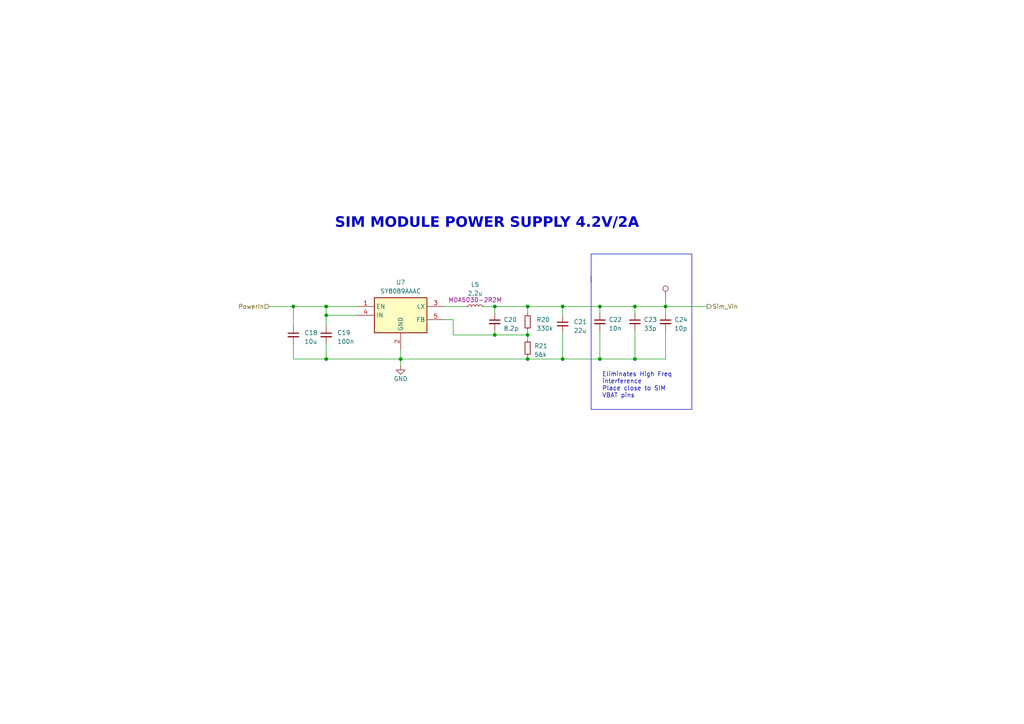
<source format=kicad_sch>
(kicad_sch (version 20230121) (generator eeschema)
  (paper "A4")
  (title_block (title "ELIESTAR") (date "2023-06-20") (rev "2.0") (company "GEVITON") (comment 2 "Reviewed By: Timoty Kyalo") (comment 3 "Designed By: Robert Mutura") (comment 4 "ELIESTAR"))
  (lib_symbols
    (symbol "Connector:TestPoint" (pin_numbers hide) (pin_names (offset 0.762) hide)
      (property "Reference" "TP" (at 0 6.858 0))
      (property "Value" "TestPoint" (at 0 5.08 0))
      (symbol "TestPoint_0_1"
        (circle (center 0 3.302) (radius 0.762))
      )
      (symbol "TestPoint_1_1"
        (pin passive line (at 0 0 90) (length 2.54) (name "1") (number "1"))
      )
    )
    (symbol "Device:C_Small" (pin_numbers hide) (pin_names (offset 0.254) hide)
      (property "Reference" "C" (at 0.254 1.778 0))
      (property "Value" "C_Small" (at 0.254 -2.032 0))
      (symbol "C_Small_0_1"
        (polyline (pts (xy -1.524 -0.508) (xy 1.524 -0.508)) (stroke (width 0.3302)))
        (polyline (pts (xy -1.524 0.508) (xy 1.524 0.508)) (stroke (width 0.3048)))
      )
      (symbol "C_Small_1_1"
        (pin passive line (at 0 2.54 270) (length 2.032) (name "~") (number "1"))
        (pin passive line (at 0 -2.54 90) (length 2.032) (name "~") (number "2"))
      )
    )
    (symbol "Device:L_Small" (pin_numbers hide) (pin_names (offset 0.254) hide)
      (property "Reference" "L" (at 0.762 1.016 0))
      (property "Value" "L_Small" (at 0.762 -1.016 0))
      (symbol "L_Small_0_1"
        (arc (start 0 -2.032) (mid 0.5058 -1.524) (end 0 -1.016))
        (arc (start 0 -1.016) (mid 0.5058 -0.508) (end 0 0))
        (arc (start 0 0) (mid 0.5058 0.508) (end 0 1.016))
        (arc (start 0 1.016) (mid 0.5058 1.524) (end 0 2.032))
      )
      (symbol "L_Small_1_1"
        (pin passive line (at 0 2.54 270) (length 0.508) (name "~") (number "1"))
        (pin passive line (at 0 -2.54 90) (length 0.508) (name "~") (number "2"))
      )
    )
    (symbol "Device:R_Small" (pin_numbers hide) (pin_names (offset 0.254) hide)
      (property "Reference" "R" (at 0.762 0.508 0))
      (property "Value" "R_Small" (at 0.762 -1.016 0))
      (symbol "R_Small_0_1"
        (rectangle (start -0.762 1.778) (end 0.762 -1.778) (stroke (width 0.2032)))
      )
      (symbol "R_Small_1_1"
        (pin passive line (at 0 2.54 270) (length 0.762) (name "~") (number "1"))
        (pin passive line (at 0 -2.54 90) (length 0.762) (name "~") (number "2"))
      )
    )
    (symbol "GCL_Integrated-Circuits:SY8089AAAC"
      (property "Reference" "U" (at 1.27 -7.62 0))
      (property "Value" "SY8089AAAC" (at -5.08 6.35 0))
      (symbol "SY8089AAAC_1_1"
        (rectangle (start -7.62 3.81) (end 7.62 -6.35) (stroke (width 0.254)) (fill (type background)))
        (pin passive line (at -12.7 1.27 0) (length 5.08) (name "EN") (number "1"))
        (pin passive line (at 0 -11.43 90) (length 5.08) (name "GND") (number "2"))
        (pin passive line (at 12.7 1.27 180) (length 5.08) (name "LX") (number "3"))
        (pin passive line (at -12.7 -1.27 0) (length 5.08) (name "IN") (number "4"))
        (pin passive line (at 12.7 -2.54 180) (length 5.08) (name "FB") (number "5"))
      )
    )
    (symbol "power:GND" (power) (pin_names (offset 0))
      (property "Value" "GND" (at 0 -3.81 0))
      (symbol "GND_0_1"
        (polyline (pts (xy 0 0) (xy 0 -1.27) (xy 1.27 -1.27) (xy 0 -2.54) (xy -1.27 -1.27) (xy 0 -1.27)))
      )
      (symbol "GND_1_1"
        (pin power_in line (at 0 0 270) (length 0) hide (name "GND") (number "1"))
      )
    )
  )
  (junction (at 184.15 104.14))
  (junction (at 94.615 104.14))
  (junction (at 143.51 88.9))
  (junction (at 184.15 88.9))
  (junction (at 153.035 97.155))
  (junction (at 94.615 91.44))
  (junction (at 116.205 104.14))
  (junction (at 85.09 88.9))
  (junction (at 193.04 88.9))
  (junction (at 153.035 88.9))
  (junction (at 173.99 88.9))
  (junction (at 163.195 104.14))
  (junction (at 94.615 88.9))
  (junction (at 163.195 88.9))
  (junction (at 173.99 104.14))
  (junction (at 143.51 97.155))
  (junction (at 153.035 104.14))
  (wire (pts (xy 143.51 97.155) (xy 153.035 97.155)))
  (wire (pts (xy 128.905 92.71) (xy 131.445 92.71)))
  (wire (pts (xy 184.15 104.14) (xy 193.04 104.14)))
  (wire (pts (xy 173.99 88.9) (xy 173.99 90.805)))
  (wire (pts (xy 163.195 104.14) (xy 173.99 104.14)))
  (wire (pts (xy 116.205 101.6) (xy 116.205 104.14)))
  (wire (pts (xy 131.445 92.71) (xy 131.445 97.155)))
  (wire (pts (xy 78.105 88.9) (xy 85.09 88.9)))
  (wire (pts (xy 128.905 88.9) (xy 135.255 88.9)))
  (wire (pts (xy 131.445 97.155) (xy 143.51 97.155)))
  (wire (pts (xy 163.195 96.52) (xy 163.195 104.14)))
  (wire (pts (xy 143.51 88.9) (xy 143.51 90.805)))
  (wire (pts (xy 94.615 104.14) (xy 85.09 104.14)))
  (wire (pts (xy 94.615 88.9) (xy 94.615 91.44)))
  (wire (pts (xy 184.15 95.885) (xy 184.15 104.14)))
  (wire (pts (xy 153.035 97.155) (xy 153.035 98.425)))
  (polyline (pts (xy 200.66 118.745) (xy 200.66 73.66)))
  (wire (pts (xy 153.035 104.14) (xy 163.195 104.14)))
  (wire (pts (xy 153.035 103.505) (xy 153.035 104.14)))
  (polyline (pts (xy 171.45 118.745) (xy 200.66 118.745)))
  (wire (pts (xy 163.195 88.9) (xy 153.035 88.9)))
  (wire (pts (xy 153.035 88.9) (xy 143.51 88.9)))
  (wire (pts (xy 85.09 94.615) (xy 85.09 88.9)))
  (wire (pts (xy 143.51 97.155) (xy 143.51 95.885)))
  (wire (pts (xy 116.205 104.14) (xy 94.615 104.14)))
  (wire (pts (xy 173.99 88.9) (xy 184.15 88.9)))
  (wire (pts (xy 94.615 91.44) (xy 94.615 94.615)))
  (wire (pts (xy 116.205 104.14) (xy 116.205 106.045)))
  (wire (pts (xy 184.15 88.9) (xy 193.04 88.9)))
  (wire (pts (xy 193.04 86.995) (xy 193.04 88.9)))
  (wire (pts (xy 140.335 88.9) (xy 143.51 88.9)))
  (wire (pts (xy 193.04 88.9) (xy 193.04 90.805)))
  (wire (pts (xy 193.04 88.9) (xy 205.105 88.9)))
  (wire (pts (xy 94.615 99.695) (xy 94.615 104.14)))
  (polyline (pts (xy 200.66 73.66) (xy 171.45 73.66)))
  (wire (pts (xy 163.195 88.9) (xy 173.99 88.9)))
  (wire (pts (xy 193.04 104.14) (xy 193.04 95.885)))
  (wire (pts (xy 173.99 95.885) (xy 173.99 104.14)))
  (wire (pts (xy 153.035 90.805) (xy 153.035 88.9)))
  (wire (pts (xy 173.99 104.14) (xy 184.15 104.14)))
  (wire (pts (xy 85.09 104.14) (xy 85.09 99.695)))
  (wire (pts (xy 163.195 91.44) (xy 163.195 88.9)))
  (wire (pts (xy 94.615 91.44) (xy 103.505 91.44)))
  (polyline (pts (xy 171.45 80.01) (xy 171.45 118.745)))
  (wire (pts (xy 94.615 88.9) (xy 103.505 88.9)))
  (wire (pts (xy 153.035 95.885) (xy 153.035 97.155)))
  (wire (pts (xy 153.035 104.14) (xy 116.205 104.14)))
  (wire (pts (xy 184.15 88.9) (xy 184.15 90.805)))
  (polyline (pts (xy 171.45 73.66) (xy 171.45 81.915)))
  (wire (pts (xy 85.09 88.9) (xy 94.615 88.9)))
  (text "SIM MODULE POWER SUPPLY 4.2V/2A " (at 97.155 67.31 0) (effects (font (size 3 3) (thickness 0.6) bold) (justify left bottom)))
  (text "Eliminates High Freq\ninterference\nPlace close to SIM\nVBAT pins" (at 174.625 115.57 0) (effects (font (size 1.27 1.27)) (justify left bottom)))
  (hierarchical_label "Sim_Vin" (shape output) (at 205.105 88.9 0))
  (hierarchical_label "PowerIn" (shape input) (at 78.105 88.9 180))
  (symbol (lib_id "Device:C_Small") (at 85.09 97.155 0) (unit 1)
    (property "Reference" "C18" (at 88.265 96.5263 0) (effects (justify left)))
    (property "Value" "10u" (at 88.265 99.0663 0) (effects (justify left)))
    (property "Footprint" "Capacitor_SMD:C_0603_1608Metric" (effects hide))
    (instances (project "proxy_obdII_logger_hardware" (path "" (reference "C18") (unit 1))) (project "Weather_Station_Project" (path "" (reference "C18") (unit 1))) (project "ELIESTER_V2" (path "" (reference "C79") (unit 1))))
  )
  (symbol (lib_id "Device:R_Small") (at 153.035 100.965 0) (unit 1)
    (property "Reference" "R21" (at 154.94 100.33 0) (effects (justify left)))
    (property "Value" "56k" (at 154.94 102.87 0) (effects (justify left)))
    (property "Footprint" "Resistor_SMD:R_0603_1608Metric" (effects hide))
    (instances (project "proxy_obdII_logger_hardware" (path "" (reference "R21") (unit 1))) (project "Weather_Station_Project" (path "" (reference "R21") (unit 1))) (project "ELIESTER_V2" (path "" (reference "R56") (unit 1))))
  )
  (symbol (lib_id "GCL_Integrated-Circuits:SY8089AAAC") (at 116.205 90.17 0) (unit 1)
    (property "Reference" "U7" (at 116.205 81.915 0))
    (property "Value" "SY8089AAAC" (at 116.205 84.455 0))
    (property "Footprint" "Package_TO_SOT_SMD:SOT-23-5" (effects hide))
    (property "Datasheet" "https://datasheet.lcsc.com/szlcsc/Silergy-Corp-SY8089AAAC_C78988.pdf" (effects hide))
    (property "Height" "1.4" (effects hide))
    (property "Manufacturer_Name" "Silergy" (effects hide))
    (property "Manufacturer_Part_Number" "SY8089AAAC" (effects hide))
    (instances (project "proxy_obdII_logger_hardware" (path "" (reference "U7") (unit 1))) (project "Weather_Station_Project" (path "" (reference "U7") (unit 1))) (project "ELIESTER_V2" (path "" (reference "U25") (unit 1))))
  )
  (symbol (lib_id "Device:C_Small") (at 163.195 93.98 0) (unit 1)
    (property "Reference" "C21" (at 166.37 93.3513 0) (effects (justify left)))
    (property "Value" "22u" (at 166.37 95.8913 0) (effects (justify left)))
    (property "Footprint" "Capacitor_SMD:C_0603_1608Metric" (effects hide))
    (instances (project "proxy_obdII_logger_hardware" (path "" (reference "C21") (unit 1))) (project "Weather_Station_Project" (path "" (reference "C21") (unit 1))) (project "ELIESTER_V2" (path "" (reference "C78") (unit 1))))
  )
  (symbol (lib_id "Device:C_Small") (at 143.51 93.345 0) (unit 1)
    (property "Reference" "C20" (at 146.05 92.7163 0) (effects (justify left)))
    (property "Value" "8.2p" (at 146.05 95.2563 0) (effects (justify left)))
    (property "Footprint" "Capacitor_SMD:C_0603_1608Metric" (effects hide))
    (instances (project "proxy_obdII_logger_hardware" (path "" (reference "C20") (unit 1))) (project "Weather_Station_Project" (path "" (reference "C20") (unit 1))) (project "ELIESTER_V2" (path "" (reference "C74") (unit 1))))
  )
  (symbol (lib_id "Device:C_Small") (at 184.15 93.345 0) (unit 1)
    (property "Reference" "C23" (at 186.69 92.7163 0) (effects (justify left)))
    (property "Value" "33p" (at 186.69 95.2563 0) (effects (justify left)))
    (property "Footprint" "Capacitor_SMD:C_0603_1608Metric" (effects hide))
    (instances (project "proxy_obdII_logger_hardware" (path "" (reference "C23") (unit 1))) (project "Weather_Station_Project" (path "" (reference "C23") (unit 1))) (project "ELIESTER_V2" (path "" (reference "C76") (unit 1))))
  )
  (symbol (lib_id "Connector:TestPoint") (at 193.04 86.995 0) (unit 1)
    (property "Reference" "TP2" (effects hide))
    (property "Value" "TestPoint" (effects hide))
    (property "Footprint" "TestPoint:TestPoint_Pad_D1.5mm" (effects hide))
    (instances (project "farmty_v1.2" (path "" (reference "TP2") (unit 1))) (project "proxy_obdII_logger_hardware" (path "" (reference "TP2") (unit 1)) (path "" (reference "TP3") (unit 1))) (project "Weather_Station_Project" (path "" (reference "TP2") (unit 1))) (project "ELIESTER_V2" (path "" (reference "TP11") (unit 1))))
  )
  (symbol (lib_id "Device:C_Small") (at 193.04 93.345 0) (unit 1)
    (property "Reference" "C24" (at 195.58 92.7163 0) (effects (justify left)))
    (property "Value" "10p" (at 195.58 95.2563 0) (effects (justify left)))
    (property "Footprint" "Capacitor_SMD:C_0603_1608Metric" (effects hide))
    (instances (project "proxy_obdII_logger_hardware" (path "" (reference "C24") (unit 1))) (project "Weather_Station_Project" (path "" (reference "C24") (unit 1))) (project "ELIESTER_V2" (path "" (reference "C77") (unit 1))))
  )
  (symbol (lib_id "Device:C_Small") (at 173.99 93.345 0) (unit 1)
    (property "Reference" "C22" (at 176.53 92.7163 0) (effects (justify left)))
    (property "Value" "10n" (at 176.53 95.2563 0) (effects (justify left)))
    (property "Footprint" "Capacitor_SMD:C_0603_1608Metric" (effects hide))
    (instances (project "proxy_obdII_logger_hardware" (path "" (reference "C22") (unit 1))) (project "Weather_Station_Project" (path "" (reference "C22") (unit 1))) (project "ELIESTER_V2" (path "" (reference "C75") (unit 1))))
  )
  (symbol (lib_id "Device:R_Small") (at 153.035 93.345 0) (unit 1)
    (property "Reference" "R20" (at 155.575 92.71 0) (effects (justify left)))
    (property "Value" "330k" (at 155.575 95.25 0) (effects (justify left)))
    (property "Footprint" "Resistor_SMD:R_0603_1608Metric" (effects hide))
    (instances (project "proxy_obdII_logger_hardware" (path "" (reference "R20") (unit 1))) (project "Weather_Station_Project" (path "" (reference "R20") (unit 1))) (project "ELIESTER_V2" (path "" (reference "R55") (unit 1))))
  )
  (symbol (lib_id "Device:C_Small") (at 94.615 97.155 0) (unit 1)
    (property "Reference" "C19" (at 97.79 96.5263 0) (effects (justify left)))
    (property "Value" "100n" (at 97.79 99.0663 0) (effects (justify left)))
    (property "Footprint" "Capacitor_SMD:C_0603_1608Metric" (effects hide))
    (instances (project "proxy_obdII_logger_hardware" (path "" (reference "C19") (unit 1))) (project "Weather_Station_Project" (path "" (reference "C19") (unit 1))) (project "ELIESTER_V2" (path "" (reference "C80") (unit 1))))
  )
  (symbol (lib_id "power:GND") (at 116.205 106.045 0) (unit 1)
    (property "Reference" "#PWR040" (effects hide))
    (property "Value" "GND" (at 116.205 109.855 0))
    (instances (project "proxy_obdII_logger_hardware" (path "" (reference "#PWR040") (unit 1))) (project "Weather_Station_Project" (path "" (reference "#PWR013") (unit 1))) (project "ELIESTER_V2" (path "" (reference "#PWR0163") (unit 1))))
  )
  (symbol (lib_id "Device:L_Small") (at 137.795 88.9 90) (unit 1)
    (property "Reference" "L5" (at 137.795 82.55 90))
    (property "Value" "2.2u" (at 137.795 85.09 90))
    (property "Footprint" "greencharge-footprints:MDA5030-100M" (effects hide))
    (property "MPN" "MDA5030-2R2M" (at 137.795 86.995 90))
    (instances (project "proxy_obdII_logger_hardware" (path "" (reference "L5") (unit 1))) (project "Weather_Station_Project" (path "" (reference "L5") (unit 1))) (project "ELIESTER_V2" (path "" (reference "L12") (unit 1))))
  )
)
</source>
